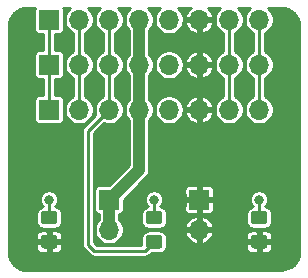
<source format=gbr>
%TF.GenerationSoftware,KiCad,Pcbnew,(5.1.9)-1*%
%TF.CreationDate,2021-05-15T15:00:21+01:00*%
%TF.ProjectId,Amiga A500 Keyboard Connector Breakout,416d6967-6120-4413-9530-30204b657962,rev?*%
%TF.SameCoordinates,Original*%
%TF.FileFunction,Copper,L1,Top*%
%TF.FilePolarity,Positive*%
%FSLAX46Y46*%
G04 Gerber Fmt 4.6, Leading zero omitted, Abs format (unit mm)*
G04 Created by KiCad (PCBNEW (5.1.9)-1) date 2021-05-15 15:00:21*
%MOMM*%
%LPD*%
G01*
G04 APERTURE LIST*
%TA.AperFunction,ComponentPad*%
%ADD10O,1.700000X1.700000*%
%TD*%
%TA.AperFunction,ComponentPad*%
%ADD11R,1.700000X1.700000*%
%TD*%
%TA.AperFunction,ViaPad*%
%ADD12C,0.800000*%
%TD*%
%TA.AperFunction,Conductor*%
%ADD13C,0.250000*%
%TD*%
%TA.AperFunction,Conductor*%
%ADD14C,1.000000*%
%TD*%
%TA.AperFunction,Conductor*%
%ADD15C,0.254000*%
%TD*%
%TA.AperFunction,Conductor*%
%ADD16C,0.100000*%
%TD*%
G04 APERTURE END LIST*
%TO.P,D3,2*%
%TO.N,Net-(D3-Pad2)*%
%TA.AperFunction,SMDPad,CuDef*%
G36*
G01*
X149040001Y-98610000D02*
X148139999Y-98610000D01*
G75*
G02*
X147890000Y-98360001I0J249999D01*
G01*
X147890000Y-97709999D01*
G75*
G02*
X148139999Y-97460000I249999J0D01*
G01*
X149040001Y-97460000D01*
G75*
G02*
X149290000Y-97709999I0J-249999D01*
G01*
X149290000Y-98360001D01*
G75*
G02*
X149040001Y-98610000I-249999J0D01*
G01*
G37*
%TD.AperFunction*%
%TO.P,D3,1*%
%TO.N,_KBRESET*%
%TA.AperFunction,SMDPad,CuDef*%
G36*
G01*
X149040001Y-100660000D02*
X148139999Y-100660000D01*
G75*
G02*
X147890000Y-100410001I0J249999D01*
G01*
X147890000Y-99759999D01*
G75*
G02*
X148139999Y-99510000I249999J0D01*
G01*
X149040001Y-99510000D01*
G75*
G02*
X149290000Y-99759999I0J-249999D01*
G01*
X149290000Y-100410001D01*
G75*
G02*
X149040001Y-100660000I-249999J0D01*
G01*
G37*
%TD.AperFunction*%
%TD*%
D10*
%TO.P,P2,2*%
%TO.N,GND*%
X152400000Y-99060000D03*
D11*
%TO.P,P2,1*%
X152400000Y-96520000D03*
%TD*%
D10*
%TO.P,P1,2*%
%TO.N,+5V*%
X144780000Y-99060000D03*
D11*
%TO.P,P1,1*%
X144780000Y-96520000D03*
%TD*%
%TO.P,D2,2*%
%TO.N,Net-(D2-Pad2)*%
%TA.AperFunction,SMDPad,CuDef*%
G36*
G01*
X157930001Y-98610000D02*
X157029999Y-98610000D01*
G75*
G02*
X156780000Y-98360001I0J249999D01*
G01*
X156780000Y-97709999D01*
G75*
G02*
X157029999Y-97460000I249999J0D01*
G01*
X157930001Y-97460000D01*
G75*
G02*
X158180000Y-97709999I0J-249999D01*
G01*
X158180000Y-98360001D01*
G75*
G02*
X157930001Y-98610000I-249999J0D01*
G01*
G37*
%TD.AperFunction*%
%TO.P,D2,1*%
%TO.N,GND*%
%TA.AperFunction,SMDPad,CuDef*%
G36*
G01*
X157930001Y-100660000D02*
X157029999Y-100660000D01*
G75*
G02*
X156780000Y-100410001I0J249999D01*
G01*
X156780000Y-99759999D01*
G75*
G02*
X157029999Y-99510000I249999J0D01*
G01*
X157930001Y-99510000D01*
G75*
G02*
X158180000Y-99759999I0J-249999D01*
G01*
X158180000Y-100410001D01*
G75*
G02*
X157930001Y-100660000I-249999J0D01*
G01*
G37*
%TD.AperFunction*%
%TD*%
%TO.P,D1,2*%
%TO.N,Net-(D1-Pad2)*%
%TA.AperFunction,SMDPad,CuDef*%
G36*
G01*
X140150001Y-98610000D02*
X139249999Y-98610000D01*
G75*
G02*
X139000000Y-98360001I0J249999D01*
G01*
X139000000Y-97709999D01*
G75*
G02*
X139249999Y-97460000I249999J0D01*
G01*
X140150001Y-97460000D01*
G75*
G02*
X140400000Y-97709999I0J-249999D01*
G01*
X140400000Y-98360001D01*
G75*
G02*
X140150001Y-98610000I-249999J0D01*
G01*
G37*
%TD.AperFunction*%
%TO.P,D1,1*%
%TO.N,GND*%
%TA.AperFunction,SMDPad,CuDef*%
G36*
G01*
X140150001Y-100660000D02*
X139249999Y-100660000D01*
G75*
G02*
X139000000Y-100410001I0J249999D01*
G01*
X139000000Y-99759999D01*
G75*
G02*
X139249999Y-99510000I249999J0D01*
G01*
X140150001Y-99510000D01*
G75*
G02*
X140400000Y-99759999I0J-249999D01*
G01*
X140400000Y-100410001D01*
G75*
G02*
X140150001Y-100660000I-249999J0D01*
G01*
G37*
%TD.AperFunction*%
%TD*%
D10*
%TO.P,J3,8*%
%TO.N,INUSE*%
X157480000Y-88900000D03*
%TO.P,J3,7*%
%TO.N,STATUS*%
X154940000Y-88900000D03*
%TO.P,J3,6*%
%TO.N,GND*%
X152400000Y-88900000D03*
%TO.P,J3,5*%
%TO.N,Net-(J3-Pad5)*%
X149860000Y-88900000D03*
%TO.P,J3,4*%
%TO.N,+5V*%
X147320000Y-88900000D03*
%TO.P,J3,3*%
%TO.N,_KBRESET*%
X144780000Y-88900000D03*
%TO.P,J3,2*%
%TO.N,_KBDATA*%
X142240000Y-88900000D03*
D11*
%TO.P,J3,1*%
%TO.N,_KBCLOCK*%
X139700000Y-88900000D03*
%TD*%
D10*
%TO.P,J2,8*%
%TO.N,INUSE*%
X157480000Y-85090000D03*
%TO.P,J2,7*%
%TO.N,STATUS*%
X154940000Y-85090000D03*
%TO.P,J2,6*%
%TO.N,GND*%
X152400000Y-85090000D03*
%TO.P,J2,5*%
%TO.N,Net-(J2-Pad5)*%
X149860000Y-85090000D03*
%TO.P,J2,4*%
%TO.N,+5V*%
X147320000Y-85090000D03*
%TO.P,J2,3*%
%TO.N,_KBRESET*%
X144780000Y-85090000D03*
%TO.P,J2,2*%
%TO.N,_KBDATA*%
X142240000Y-85090000D03*
D11*
%TO.P,J2,1*%
%TO.N,_KBCLOCK*%
X139700000Y-85090000D03*
%TD*%
D10*
%TO.P,J1,8*%
%TO.N,INUSE*%
X157480000Y-81280000D03*
%TO.P,J1,7*%
%TO.N,STATUS*%
X154940000Y-81280000D03*
%TO.P,J1,6*%
%TO.N,GND*%
X152400000Y-81280000D03*
%TO.P,J1,5*%
%TO.N,Net-(J1-Pad5)*%
X149860000Y-81280000D03*
%TO.P,J1,4*%
%TO.N,+5V*%
X147320000Y-81280000D03*
%TO.P,J1,3*%
%TO.N,_KBRESET*%
X144780000Y-81280000D03*
%TO.P,J1,2*%
%TO.N,_KBDATA*%
X142240000Y-81280000D03*
D11*
%TO.P,J1,1*%
%TO.N,_KBCLOCK*%
X139700000Y-81280000D03*
%TD*%
D12*
%TO.N,Net-(D1-Pad2)*%
X139700000Y-96520000D03*
%TO.N,Net-(D2-Pad2)*%
X157480000Y-96520000D03*
%TO.N,Net-(D3-Pad2)*%
X148590000Y-96520006D03*
%TD*%
D13*
%TO.N,INUSE*%
X157480000Y-82042000D02*
X157480000Y-88900000D01*
%TO.N,STATUS*%
X154940000Y-82042000D02*
X154940000Y-88900000D01*
D14*
%TO.N,+5V*%
X147320000Y-82042000D02*
X147320000Y-88900000D01*
X146685000Y-94615000D02*
X144780000Y-96520000D01*
X147320000Y-93980000D02*
X146685000Y-94615000D01*
X147320000Y-88900000D02*
X147320000Y-93980000D01*
X144780000Y-96520000D02*
X144780000Y-99060000D01*
D13*
%TO.N,_KBRESET*%
X144780000Y-82042000D02*
X144780000Y-88900000D01*
X147837000Y-100838000D02*
X148590000Y-100085000D01*
X143510000Y-100838000D02*
X147837000Y-100838000D01*
X143002000Y-100330000D02*
X143510000Y-100838000D01*
X143002000Y-90678000D02*
X143002000Y-100330000D01*
X144780000Y-88900000D02*
X143002000Y-90678000D01*
%TO.N,_KBDATA*%
X142240000Y-82042000D02*
X142240000Y-88900000D01*
%TO.N,_KBCLOCK*%
X139700000Y-82042000D02*
X139700000Y-88900000D01*
%TO.N,Net-(D1-Pad2)*%
X139700000Y-98035000D02*
X139700000Y-96520000D01*
%TO.N,Net-(D2-Pad2)*%
X157480000Y-98035000D02*
X157480000Y-96520000D01*
%TO.N,Net-(D3-Pad2)*%
X148345000Y-98035000D02*
X148590000Y-98035000D01*
X148590000Y-98035000D02*
X148590000Y-96520006D01*
%TD*%
D15*
%TO.N,GND*%
X138474513Y-80355311D02*
X138467157Y-80430000D01*
X138467157Y-82130000D01*
X138474513Y-82204689D01*
X138496299Y-82276508D01*
X138531678Y-82342696D01*
X138579289Y-82400711D01*
X138637304Y-82448322D01*
X138703492Y-82483701D01*
X138775311Y-82505487D01*
X138850000Y-82512843D01*
X139194000Y-82512843D01*
X139194000Y-83857157D01*
X138850000Y-83857157D01*
X138775311Y-83864513D01*
X138703492Y-83886299D01*
X138637304Y-83921678D01*
X138579289Y-83969289D01*
X138531678Y-84027304D01*
X138496299Y-84093492D01*
X138474513Y-84165311D01*
X138467157Y-84240000D01*
X138467157Y-85940000D01*
X138474513Y-86014689D01*
X138496299Y-86086508D01*
X138531678Y-86152696D01*
X138579289Y-86210711D01*
X138637304Y-86258322D01*
X138703492Y-86293701D01*
X138775311Y-86315487D01*
X138850000Y-86322843D01*
X139194001Y-86322843D01*
X139194001Y-87667157D01*
X138850000Y-87667157D01*
X138775311Y-87674513D01*
X138703492Y-87696299D01*
X138637304Y-87731678D01*
X138579289Y-87779289D01*
X138531678Y-87837304D01*
X138496299Y-87903492D01*
X138474513Y-87975311D01*
X138467157Y-88050000D01*
X138467157Y-89750000D01*
X138474513Y-89824689D01*
X138496299Y-89896508D01*
X138531678Y-89962696D01*
X138579289Y-90020711D01*
X138637304Y-90068322D01*
X138703492Y-90103701D01*
X138775311Y-90125487D01*
X138850000Y-90132843D01*
X140550000Y-90132843D01*
X140624689Y-90125487D01*
X140696508Y-90103701D01*
X140762696Y-90068322D01*
X140820711Y-90020711D01*
X140868322Y-89962696D01*
X140903701Y-89896508D01*
X140925487Y-89824689D01*
X140932843Y-89750000D01*
X140932843Y-88050000D01*
X140925487Y-87975311D01*
X140903701Y-87903492D01*
X140868322Y-87837304D01*
X140820711Y-87779289D01*
X140762696Y-87731678D01*
X140696508Y-87696299D01*
X140624689Y-87674513D01*
X140550000Y-87667157D01*
X140206000Y-87667157D01*
X140206000Y-86322843D01*
X140550000Y-86322843D01*
X140624689Y-86315487D01*
X140696508Y-86293701D01*
X140762696Y-86258322D01*
X140820711Y-86210711D01*
X140868322Y-86152696D01*
X140903701Y-86086508D01*
X140925487Y-86014689D01*
X140932843Y-85940000D01*
X140932843Y-84240000D01*
X140925487Y-84165311D01*
X140903701Y-84093492D01*
X140868322Y-84027304D01*
X140820711Y-83969289D01*
X140762696Y-83921678D01*
X140696508Y-83886299D01*
X140624689Y-83864513D01*
X140550000Y-83857157D01*
X140206000Y-83857157D01*
X140206000Y-82512843D01*
X140550000Y-82512843D01*
X140624689Y-82505487D01*
X140696508Y-82483701D01*
X140762696Y-82448322D01*
X140820711Y-82400711D01*
X140868322Y-82342696D01*
X140903701Y-82276508D01*
X140925487Y-82204689D01*
X140932843Y-82130000D01*
X140932843Y-80430000D01*
X140925487Y-80355311D01*
X140905372Y-80289000D01*
X141507395Y-80289000D01*
X141455283Y-80323820D01*
X141283820Y-80495283D01*
X141149102Y-80696903D01*
X141056307Y-80920931D01*
X141009000Y-81158757D01*
X141009000Y-81401243D01*
X141056307Y-81639069D01*
X141149102Y-81863097D01*
X141283820Y-82064717D01*
X141455283Y-82236180D01*
X141656903Y-82370898D01*
X141734000Y-82402832D01*
X141734000Y-83967167D01*
X141656903Y-83999102D01*
X141455283Y-84133820D01*
X141283820Y-84305283D01*
X141149102Y-84506903D01*
X141056307Y-84730931D01*
X141009000Y-84968757D01*
X141009000Y-85211243D01*
X141056307Y-85449069D01*
X141149102Y-85673097D01*
X141283820Y-85874717D01*
X141455283Y-86046180D01*
X141656903Y-86180898D01*
X141734001Y-86212833D01*
X141734001Y-87777167D01*
X141656903Y-87809102D01*
X141455283Y-87943820D01*
X141283820Y-88115283D01*
X141149102Y-88316903D01*
X141056307Y-88540931D01*
X141009000Y-88778757D01*
X141009000Y-89021243D01*
X141056307Y-89259069D01*
X141149102Y-89483097D01*
X141283820Y-89684717D01*
X141455283Y-89856180D01*
X141656903Y-89990898D01*
X141880931Y-90083693D01*
X142118757Y-90131000D01*
X142361243Y-90131000D01*
X142599069Y-90083693D01*
X142823097Y-89990898D01*
X143024717Y-89856180D01*
X143196180Y-89684717D01*
X143330898Y-89483097D01*
X143423693Y-89259069D01*
X143471000Y-89021243D01*
X143471000Y-88778757D01*
X143423693Y-88540931D01*
X143330898Y-88316903D01*
X143196180Y-88115283D01*
X143024717Y-87943820D01*
X142823097Y-87809102D01*
X142746000Y-87777168D01*
X142746000Y-86212832D01*
X142823097Y-86180898D01*
X143024717Y-86046180D01*
X143196180Y-85874717D01*
X143330898Y-85673097D01*
X143423693Y-85449069D01*
X143471000Y-85211243D01*
X143471000Y-84968757D01*
X143423693Y-84730931D01*
X143330898Y-84506903D01*
X143196180Y-84305283D01*
X143024717Y-84133820D01*
X142823097Y-83999102D01*
X142746000Y-83967168D01*
X142746000Y-82402832D01*
X142823097Y-82370898D01*
X143024717Y-82236180D01*
X143196180Y-82064717D01*
X143330898Y-81863097D01*
X143423693Y-81639069D01*
X143471000Y-81401243D01*
X143471000Y-81158757D01*
X143423693Y-80920931D01*
X143330898Y-80696903D01*
X143196180Y-80495283D01*
X143024717Y-80323820D01*
X142972605Y-80289000D01*
X144047395Y-80289000D01*
X143995283Y-80323820D01*
X143823820Y-80495283D01*
X143689102Y-80696903D01*
X143596307Y-80920931D01*
X143549000Y-81158757D01*
X143549000Y-81401243D01*
X143596307Y-81639069D01*
X143689102Y-81863097D01*
X143823820Y-82064717D01*
X143995283Y-82236180D01*
X144196903Y-82370898D01*
X144274000Y-82402832D01*
X144274000Y-83967167D01*
X144196903Y-83999102D01*
X143995283Y-84133820D01*
X143823820Y-84305283D01*
X143689102Y-84506903D01*
X143596307Y-84730931D01*
X143549000Y-84968757D01*
X143549000Y-85211243D01*
X143596307Y-85449069D01*
X143689102Y-85673097D01*
X143823820Y-85874717D01*
X143995283Y-86046180D01*
X144196903Y-86180898D01*
X144274001Y-86212833D01*
X144274001Y-87777167D01*
X144196903Y-87809102D01*
X143995283Y-87943820D01*
X143823820Y-88115283D01*
X143689102Y-88316903D01*
X143596307Y-88540931D01*
X143549000Y-88778757D01*
X143549000Y-89021243D01*
X143596307Y-89259069D01*
X143628242Y-89336167D01*
X142661785Y-90302624D01*
X142642473Y-90318473D01*
X142579241Y-90395521D01*
X142532255Y-90483426D01*
X142503322Y-90578808D01*
X142496000Y-90653147D01*
X142496000Y-90653154D01*
X142493553Y-90678000D01*
X142496000Y-90702846D01*
X142496001Y-100305144D01*
X142493553Y-100330000D01*
X142503322Y-100429192D01*
X142532255Y-100524574D01*
X142532256Y-100524575D01*
X142579242Y-100612479D01*
X142642474Y-100689527D01*
X142661780Y-100705371D01*
X143134628Y-101178220D01*
X143150473Y-101197527D01*
X143227521Y-101260759D01*
X143315425Y-101307745D01*
X143388607Y-101329944D01*
X143410806Y-101336678D01*
X143420694Y-101337652D01*
X143485146Y-101344000D01*
X143485153Y-101344000D01*
X143509999Y-101346447D01*
X143534845Y-101344000D01*
X147812154Y-101344000D01*
X147837000Y-101346447D01*
X147861846Y-101344000D01*
X147861854Y-101344000D01*
X147936193Y-101336678D01*
X148031575Y-101307745D01*
X148119479Y-101260759D01*
X148196527Y-101197527D01*
X148212376Y-101178215D01*
X148347748Y-101042843D01*
X149040001Y-101042843D01*
X149163462Y-101030683D01*
X149282179Y-100994671D01*
X149391589Y-100936190D01*
X149487488Y-100857488D01*
X149566190Y-100761589D01*
X149620490Y-100660000D01*
X156397157Y-100660000D01*
X156404513Y-100734689D01*
X156426299Y-100806508D01*
X156461678Y-100872696D01*
X156509289Y-100930711D01*
X156567304Y-100978322D01*
X156633492Y-101013701D01*
X156705311Y-101035487D01*
X156780000Y-101042843D01*
X157257750Y-101041000D01*
X157353000Y-100945750D01*
X157353000Y-100212000D01*
X157607000Y-100212000D01*
X157607000Y-100945750D01*
X157702250Y-101041000D01*
X158180000Y-101042843D01*
X158254689Y-101035487D01*
X158326508Y-101013701D01*
X158392696Y-100978322D01*
X158450711Y-100930711D01*
X158498322Y-100872696D01*
X158533701Y-100806508D01*
X158555487Y-100734689D01*
X158562843Y-100660000D01*
X158561000Y-100307250D01*
X158465750Y-100212000D01*
X157607000Y-100212000D01*
X157353000Y-100212000D01*
X156494250Y-100212000D01*
X156399000Y-100307250D01*
X156397157Y-100660000D01*
X149620490Y-100660000D01*
X149624671Y-100652179D01*
X149660683Y-100533462D01*
X149672843Y-100410001D01*
X149672843Y-99759999D01*
X149660683Y-99636538D01*
X149624671Y-99517821D01*
X149566190Y-99408411D01*
X149540396Y-99376980D01*
X151210511Y-99376980D01*
X151234866Y-99457288D01*
X151334761Y-99676961D01*
X151475592Y-99872924D01*
X151651948Y-100037647D01*
X151857051Y-100164799D01*
X152083019Y-100249495D01*
X152273000Y-100189187D01*
X152273000Y-99187000D01*
X152527000Y-99187000D01*
X152527000Y-100189187D01*
X152716981Y-100249495D01*
X152942949Y-100164799D01*
X153148052Y-100037647D01*
X153324408Y-99872924D01*
X153465239Y-99676961D01*
X153541163Y-99510000D01*
X156397157Y-99510000D01*
X156399000Y-99862750D01*
X156494250Y-99958000D01*
X157353000Y-99958000D01*
X157353000Y-99224250D01*
X157607000Y-99224250D01*
X157607000Y-99958000D01*
X158465750Y-99958000D01*
X158561000Y-99862750D01*
X158562843Y-99510000D01*
X158555487Y-99435311D01*
X158533701Y-99363492D01*
X158498322Y-99297304D01*
X158450711Y-99239289D01*
X158392696Y-99191678D01*
X158326508Y-99156299D01*
X158254689Y-99134513D01*
X158180000Y-99127157D01*
X157702250Y-99129000D01*
X157607000Y-99224250D01*
X157353000Y-99224250D01*
X157257750Y-99129000D01*
X156780000Y-99127157D01*
X156705311Y-99134513D01*
X156633492Y-99156299D01*
X156567304Y-99191678D01*
X156509289Y-99239289D01*
X156461678Y-99297304D01*
X156426299Y-99363492D01*
X156404513Y-99435311D01*
X156397157Y-99510000D01*
X153541163Y-99510000D01*
X153565134Y-99457288D01*
X153589489Y-99376980D01*
X153528627Y-99187000D01*
X152527000Y-99187000D01*
X152273000Y-99187000D01*
X151271373Y-99187000D01*
X151210511Y-99376980D01*
X149540396Y-99376980D01*
X149487488Y-99312512D01*
X149391589Y-99233810D01*
X149282179Y-99175329D01*
X149163462Y-99139317D01*
X149040001Y-99127157D01*
X148139999Y-99127157D01*
X148016538Y-99139317D01*
X147897821Y-99175329D01*
X147788411Y-99233810D01*
X147692512Y-99312512D01*
X147613810Y-99408411D01*
X147555329Y-99517821D01*
X147519317Y-99636538D01*
X147507157Y-99759999D01*
X147507157Y-100332000D01*
X143719592Y-100332000D01*
X143508000Y-100120409D01*
X143508000Y-90887591D01*
X144343833Y-90051758D01*
X144420931Y-90083693D01*
X144658757Y-90131000D01*
X144901243Y-90131000D01*
X145139069Y-90083693D01*
X145363097Y-89990898D01*
X145564717Y-89856180D01*
X145736180Y-89684717D01*
X145870898Y-89483097D01*
X145963693Y-89259069D01*
X146011000Y-89021243D01*
X146011000Y-88778757D01*
X145963693Y-88540931D01*
X145870898Y-88316903D01*
X145736180Y-88115283D01*
X145564717Y-87943820D01*
X145363097Y-87809102D01*
X145286000Y-87777168D01*
X145286000Y-86212832D01*
X145363097Y-86180898D01*
X145564717Y-86046180D01*
X145736180Y-85874717D01*
X145870898Y-85673097D01*
X145963693Y-85449069D01*
X146011000Y-85211243D01*
X146011000Y-84968757D01*
X145963693Y-84730931D01*
X145870898Y-84506903D01*
X145736180Y-84305283D01*
X145564717Y-84133820D01*
X145363097Y-83999102D01*
X145286000Y-83967168D01*
X145286000Y-82402832D01*
X145363097Y-82370898D01*
X145564717Y-82236180D01*
X145736180Y-82064717D01*
X145870898Y-81863097D01*
X145963693Y-81639069D01*
X146011000Y-81401243D01*
X146011000Y-81158757D01*
X145963693Y-80920931D01*
X145870898Y-80696903D01*
X145736180Y-80495283D01*
X145564717Y-80323820D01*
X145512605Y-80289000D01*
X146587395Y-80289000D01*
X146535283Y-80323820D01*
X146363820Y-80495283D01*
X146229102Y-80696903D01*
X146136307Y-80920931D01*
X146089000Y-81158757D01*
X146089000Y-81401243D01*
X146136307Y-81639069D01*
X146229102Y-81863097D01*
X146363820Y-82064717D01*
X146439000Y-82139897D01*
X146439000Y-84230103D01*
X146363820Y-84305283D01*
X146229102Y-84506903D01*
X146136307Y-84730931D01*
X146089000Y-84968757D01*
X146089000Y-85211243D01*
X146136307Y-85449069D01*
X146229102Y-85673097D01*
X146363820Y-85874717D01*
X146439001Y-85949898D01*
X146439001Y-88040102D01*
X146363820Y-88115283D01*
X146229102Y-88316903D01*
X146136307Y-88540931D01*
X146089000Y-88778757D01*
X146089000Y-89021243D01*
X146136307Y-89259069D01*
X146229102Y-89483097D01*
X146363820Y-89684717D01*
X146439000Y-89759897D01*
X146439001Y-93615077D01*
X146092642Y-93961437D01*
X146092637Y-93961441D01*
X144766922Y-95287157D01*
X143930000Y-95287157D01*
X143855311Y-95294513D01*
X143783492Y-95316299D01*
X143717304Y-95351678D01*
X143659289Y-95399289D01*
X143611678Y-95457304D01*
X143576299Y-95523492D01*
X143554513Y-95595311D01*
X143547157Y-95670000D01*
X143547157Y-97370000D01*
X143554513Y-97444689D01*
X143576299Y-97516508D01*
X143611678Y-97582696D01*
X143659289Y-97640711D01*
X143717304Y-97688322D01*
X143783492Y-97723701D01*
X143855311Y-97745487D01*
X143899000Y-97749790D01*
X143899001Y-98200102D01*
X143823820Y-98275283D01*
X143689102Y-98476903D01*
X143596307Y-98700931D01*
X143549000Y-98938757D01*
X143549000Y-99181243D01*
X143596307Y-99419069D01*
X143689102Y-99643097D01*
X143823820Y-99844717D01*
X143995283Y-100016180D01*
X144196903Y-100150898D01*
X144420931Y-100243693D01*
X144658757Y-100291000D01*
X144901243Y-100291000D01*
X145139069Y-100243693D01*
X145363097Y-100150898D01*
X145564717Y-100016180D01*
X145736180Y-99844717D01*
X145870898Y-99643097D01*
X145963693Y-99419069D01*
X146011000Y-99181243D01*
X146011000Y-98938757D01*
X145963693Y-98700931D01*
X145870898Y-98476903D01*
X145736180Y-98275283D01*
X145661000Y-98200103D01*
X145661000Y-97749790D01*
X145704689Y-97745487D01*
X145776508Y-97723701D01*
X145802142Y-97709999D01*
X147507157Y-97709999D01*
X147507157Y-98360001D01*
X147519317Y-98483462D01*
X147555329Y-98602179D01*
X147613810Y-98711589D01*
X147692512Y-98807488D01*
X147788411Y-98886190D01*
X147897821Y-98944671D01*
X148016538Y-98980683D01*
X148139999Y-98992843D01*
X149040001Y-98992843D01*
X149163462Y-98980683D01*
X149282179Y-98944671D01*
X149391589Y-98886190D01*
X149487488Y-98807488D01*
X149540395Y-98743020D01*
X151210511Y-98743020D01*
X151271373Y-98933000D01*
X152273000Y-98933000D01*
X152273000Y-97930813D01*
X152527000Y-97930813D01*
X152527000Y-98933000D01*
X153528627Y-98933000D01*
X153589489Y-98743020D01*
X153565134Y-98662712D01*
X153465239Y-98443039D01*
X153324408Y-98247076D01*
X153148052Y-98082353D01*
X152942949Y-97955201D01*
X152716981Y-97870505D01*
X152527000Y-97930813D01*
X152273000Y-97930813D01*
X152083019Y-97870505D01*
X151857051Y-97955201D01*
X151651948Y-98082353D01*
X151475592Y-98247076D01*
X151334761Y-98443039D01*
X151234866Y-98662712D01*
X151210511Y-98743020D01*
X149540395Y-98743020D01*
X149566190Y-98711589D01*
X149624671Y-98602179D01*
X149660683Y-98483462D01*
X149672843Y-98360001D01*
X149672843Y-97709999D01*
X149660683Y-97586538D01*
X149624671Y-97467821D01*
X149572385Y-97370000D01*
X151167157Y-97370000D01*
X151174513Y-97444689D01*
X151196299Y-97516508D01*
X151231678Y-97582696D01*
X151279289Y-97640711D01*
X151337304Y-97688322D01*
X151403492Y-97723701D01*
X151475311Y-97745487D01*
X151550000Y-97752843D01*
X152177750Y-97751000D01*
X152273000Y-97655750D01*
X152273000Y-96647000D01*
X152527000Y-96647000D01*
X152527000Y-97655750D01*
X152622250Y-97751000D01*
X153250000Y-97752843D01*
X153324689Y-97745487D01*
X153396508Y-97723701D01*
X153422142Y-97709999D01*
X156397157Y-97709999D01*
X156397157Y-98360001D01*
X156409317Y-98483462D01*
X156445329Y-98602179D01*
X156503810Y-98711589D01*
X156582512Y-98807488D01*
X156678411Y-98886190D01*
X156787821Y-98944671D01*
X156906538Y-98980683D01*
X157029999Y-98992843D01*
X157930001Y-98992843D01*
X158053462Y-98980683D01*
X158172179Y-98944671D01*
X158281589Y-98886190D01*
X158377488Y-98807488D01*
X158456190Y-98711589D01*
X158514671Y-98602179D01*
X158550683Y-98483462D01*
X158562843Y-98360001D01*
X158562843Y-97709999D01*
X158550683Y-97586538D01*
X158514671Y-97467821D01*
X158456190Y-97358411D01*
X158377488Y-97262512D01*
X158281589Y-97183810D01*
X158172179Y-97125329D01*
X158053462Y-97089317D01*
X158018616Y-97085885D01*
X158086642Y-97017859D01*
X158172113Y-96889942D01*
X158230987Y-96747809D01*
X158261000Y-96596922D01*
X158261000Y-96443078D01*
X158230987Y-96292191D01*
X158172113Y-96150058D01*
X158086642Y-96022141D01*
X157977859Y-95913358D01*
X157849942Y-95827887D01*
X157707809Y-95769013D01*
X157556922Y-95739000D01*
X157403078Y-95739000D01*
X157252191Y-95769013D01*
X157110058Y-95827887D01*
X156982141Y-95913358D01*
X156873358Y-96022141D01*
X156787887Y-96150058D01*
X156729013Y-96292191D01*
X156699000Y-96443078D01*
X156699000Y-96596922D01*
X156729013Y-96747809D01*
X156787887Y-96889942D01*
X156873358Y-97017859D01*
X156941384Y-97085885D01*
X156906538Y-97089317D01*
X156787821Y-97125329D01*
X156678411Y-97183810D01*
X156582512Y-97262512D01*
X156503810Y-97358411D01*
X156445329Y-97467821D01*
X156409317Y-97586538D01*
X156397157Y-97709999D01*
X153422142Y-97709999D01*
X153462696Y-97688322D01*
X153520711Y-97640711D01*
X153568322Y-97582696D01*
X153603701Y-97516508D01*
X153625487Y-97444689D01*
X153632843Y-97370000D01*
X153631000Y-96742250D01*
X153535750Y-96647000D01*
X152527000Y-96647000D01*
X152273000Y-96647000D01*
X151264250Y-96647000D01*
X151169000Y-96742250D01*
X151167157Y-97370000D01*
X149572385Y-97370000D01*
X149566190Y-97358411D01*
X149487488Y-97262512D01*
X149391589Y-97183810D01*
X149282179Y-97125329D01*
X149163462Y-97089317D01*
X149128622Y-97085885D01*
X149196642Y-97017865D01*
X149282113Y-96889948D01*
X149340987Y-96747815D01*
X149371000Y-96596928D01*
X149371000Y-96443084D01*
X149340987Y-96292197D01*
X149282113Y-96150064D01*
X149196642Y-96022147D01*
X149087859Y-95913364D01*
X148959942Y-95827893D01*
X148817809Y-95769019D01*
X148666922Y-95739006D01*
X148513078Y-95739006D01*
X148362191Y-95769019D01*
X148220058Y-95827893D01*
X148092141Y-95913364D01*
X147983358Y-96022147D01*
X147897887Y-96150064D01*
X147839013Y-96292197D01*
X147809000Y-96443084D01*
X147809000Y-96596928D01*
X147839013Y-96747815D01*
X147897887Y-96889948D01*
X147983358Y-97017865D01*
X148051378Y-97085885D01*
X148016538Y-97089317D01*
X147897821Y-97125329D01*
X147788411Y-97183810D01*
X147692512Y-97262512D01*
X147613810Y-97358411D01*
X147555329Y-97467821D01*
X147519317Y-97586538D01*
X147507157Y-97709999D01*
X145802142Y-97709999D01*
X145842696Y-97688322D01*
X145900711Y-97640711D01*
X145948322Y-97582696D01*
X145983701Y-97516508D01*
X146005487Y-97444689D01*
X146012843Y-97370000D01*
X146012843Y-96533078D01*
X146875921Y-95670000D01*
X151167157Y-95670000D01*
X151169000Y-96297750D01*
X151264250Y-96393000D01*
X152273000Y-96393000D01*
X152273000Y-95384250D01*
X152527000Y-95384250D01*
X152527000Y-96393000D01*
X153535750Y-96393000D01*
X153631000Y-96297750D01*
X153632843Y-95670000D01*
X153625487Y-95595311D01*
X153603701Y-95523492D01*
X153568322Y-95457304D01*
X153520711Y-95399289D01*
X153462696Y-95351678D01*
X153396508Y-95316299D01*
X153324689Y-95294513D01*
X153250000Y-95287157D01*
X152622250Y-95289000D01*
X152527000Y-95384250D01*
X152273000Y-95384250D01*
X152177750Y-95289000D01*
X151550000Y-95287157D01*
X151475311Y-95294513D01*
X151403492Y-95316299D01*
X151337304Y-95351678D01*
X151279289Y-95399289D01*
X151231678Y-95457304D01*
X151196299Y-95523492D01*
X151174513Y-95595311D01*
X151167157Y-95670000D01*
X146875921Y-95670000D01*
X147338559Y-95207363D01*
X147338563Y-95207358D01*
X147912360Y-94633562D01*
X147945975Y-94605975D01*
X148000137Y-94539978D01*
X148056068Y-94471826D01*
X148137875Y-94318775D01*
X148150782Y-94276226D01*
X148188252Y-94152706D01*
X148201000Y-94023273D01*
X148201000Y-94023270D01*
X148205262Y-93980000D01*
X148201000Y-93936730D01*
X148201000Y-89759897D01*
X148276180Y-89684717D01*
X148410898Y-89483097D01*
X148503693Y-89259069D01*
X148551000Y-89021243D01*
X148551000Y-88778757D01*
X148629000Y-88778757D01*
X148629000Y-89021243D01*
X148676307Y-89259069D01*
X148769102Y-89483097D01*
X148903820Y-89684717D01*
X149075283Y-89856180D01*
X149276903Y-89990898D01*
X149500931Y-90083693D01*
X149738757Y-90131000D01*
X149981243Y-90131000D01*
X150219069Y-90083693D01*
X150443097Y-89990898D01*
X150644717Y-89856180D01*
X150816180Y-89684717D01*
X150950898Y-89483097D01*
X151043693Y-89259069D01*
X151052064Y-89216981D01*
X151210505Y-89216981D01*
X151295201Y-89442949D01*
X151422353Y-89648052D01*
X151587076Y-89824408D01*
X151783039Y-89965239D01*
X152002712Y-90065134D01*
X152083020Y-90089489D01*
X152273000Y-90028627D01*
X152273000Y-89027000D01*
X152527000Y-89027000D01*
X152527000Y-90028627D01*
X152716980Y-90089489D01*
X152797288Y-90065134D01*
X153016961Y-89965239D01*
X153212924Y-89824408D01*
X153377647Y-89648052D01*
X153504799Y-89442949D01*
X153589495Y-89216981D01*
X153529187Y-89027000D01*
X152527000Y-89027000D01*
X152273000Y-89027000D01*
X151270813Y-89027000D01*
X151210505Y-89216981D01*
X151052064Y-89216981D01*
X151091000Y-89021243D01*
X151091000Y-88778757D01*
X151052065Y-88583019D01*
X151210505Y-88583019D01*
X151270813Y-88773000D01*
X152273000Y-88773000D01*
X152273000Y-87771373D01*
X152527000Y-87771373D01*
X152527000Y-88773000D01*
X153529187Y-88773000D01*
X153589495Y-88583019D01*
X153504799Y-88357051D01*
X153377647Y-88151948D01*
X153212924Y-87975592D01*
X153016961Y-87834761D01*
X152797288Y-87734866D01*
X152716980Y-87710511D01*
X152527000Y-87771373D01*
X152273000Y-87771373D01*
X152083020Y-87710511D01*
X152002712Y-87734866D01*
X151783039Y-87834761D01*
X151587076Y-87975592D01*
X151422353Y-88151948D01*
X151295201Y-88357051D01*
X151210505Y-88583019D01*
X151052065Y-88583019D01*
X151043693Y-88540931D01*
X150950898Y-88316903D01*
X150816180Y-88115283D01*
X150644717Y-87943820D01*
X150443097Y-87809102D01*
X150219069Y-87716307D01*
X149981243Y-87669000D01*
X149738757Y-87669000D01*
X149500931Y-87716307D01*
X149276903Y-87809102D01*
X149075283Y-87943820D01*
X148903820Y-88115283D01*
X148769102Y-88316903D01*
X148676307Y-88540931D01*
X148629000Y-88778757D01*
X148551000Y-88778757D01*
X148503693Y-88540931D01*
X148410898Y-88316903D01*
X148276180Y-88115283D01*
X148201000Y-88040103D01*
X148201000Y-85949897D01*
X148276180Y-85874717D01*
X148410898Y-85673097D01*
X148503693Y-85449069D01*
X148551000Y-85211243D01*
X148551000Y-84968757D01*
X148629000Y-84968757D01*
X148629000Y-85211243D01*
X148676307Y-85449069D01*
X148769102Y-85673097D01*
X148903820Y-85874717D01*
X149075283Y-86046180D01*
X149276903Y-86180898D01*
X149500931Y-86273693D01*
X149738757Y-86321000D01*
X149981243Y-86321000D01*
X150219069Y-86273693D01*
X150443097Y-86180898D01*
X150644717Y-86046180D01*
X150816180Y-85874717D01*
X150950898Y-85673097D01*
X151043693Y-85449069D01*
X151052064Y-85406981D01*
X151210505Y-85406981D01*
X151295201Y-85632949D01*
X151422353Y-85838052D01*
X151587076Y-86014408D01*
X151783039Y-86155239D01*
X152002712Y-86255134D01*
X152083020Y-86279489D01*
X152273000Y-86218627D01*
X152273000Y-85217000D01*
X152527000Y-85217000D01*
X152527000Y-86218627D01*
X152716980Y-86279489D01*
X152797288Y-86255134D01*
X153016961Y-86155239D01*
X153212924Y-86014408D01*
X153377647Y-85838052D01*
X153504799Y-85632949D01*
X153589495Y-85406981D01*
X153529187Y-85217000D01*
X152527000Y-85217000D01*
X152273000Y-85217000D01*
X151270813Y-85217000D01*
X151210505Y-85406981D01*
X151052064Y-85406981D01*
X151091000Y-85211243D01*
X151091000Y-84968757D01*
X151052065Y-84773019D01*
X151210505Y-84773019D01*
X151270813Y-84963000D01*
X152273000Y-84963000D01*
X152273000Y-83961373D01*
X152527000Y-83961373D01*
X152527000Y-84963000D01*
X153529187Y-84963000D01*
X153589495Y-84773019D01*
X153504799Y-84547051D01*
X153377647Y-84341948D01*
X153212924Y-84165592D01*
X153016961Y-84024761D01*
X152797288Y-83924866D01*
X152716980Y-83900511D01*
X152527000Y-83961373D01*
X152273000Y-83961373D01*
X152083020Y-83900511D01*
X152002712Y-83924866D01*
X151783039Y-84024761D01*
X151587076Y-84165592D01*
X151422353Y-84341948D01*
X151295201Y-84547051D01*
X151210505Y-84773019D01*
X151052065Y-84773019D01*
X151043693Y-84730931D01*
X150950898Y-84506903D01*
X150816180Y-84305283D01*
X150644717Y-84133820D01*
X150443097Y-83999102D01*
X150219069Y-83906307D01*
X149981243Y-83859000D01*
X149738757Y-83859000D01*
X149500931Y-83906307D01*
X149276903Y-83999102D01*
X149075283Y-84133820D01*
X148903820Y-84305283D01*
X148769102Y-84506903D01*
X148676307Y-84730931D01*
X148629000Y-84968757D01*
X148551000Y-84968757D01*
X148503693Y-84730931D01*
X148410898Y-84506903D01*
X148276180Y-84305283D01*
X148201000Y-84230103D01*
X148201000Y-82139897D01*
X148276180Y-82064717D01*
X148410898Y-81863097D01*
X148503693Y-81639069D01*
X148551000Y-81401243D01*
X148551000Y-81158757D01*
X148503693Y-80920931D01*
X148410898Y-80696903D01*
X148276180Y-80495283D01*
X148104717Y-80323820D01*
X148052605Y-80289000D01*
X149127395Y-80289000D01*
X149075283Y-80323820D01*
X148903820Y-80495283D01*
X148769102Y-80696903D01*
X148676307Y-80920931D01*
X148629000Y-81158757D01*
X148629000Y-81401243D01*
X148676307Y-81639069D01*
X148769102Y-81863097D01*
X148903820Y-82064717D01*
X149075283Y-82236180D01*
X149276903Y-82370898D01*
X149500931Y-82463693D01*
X149738757Y-82511000D01*
X149981243Y-82511000D01*
X150219069Y-82463693D01*
X150443097Y-82370898D01*
X150644717Y-82236180D01*
X150816180Y-82064717D01*
X150950898Y-81863097D01*
X151043693Y-81639069D01*
X151052064Y-81596981D01*
X151210505Y-81596981D01*
X151295201Y-81822949D01*
X151422353Y-82028052D01*
X151587076Y-82204408D01*
X151783039Y-82345239D01*
X152002712Y-82445134D01*
X152083020Y-82469489D01*
X152273000Y-82408627D01*
X152273000Y-81407000D01*
X152527000Y-81407000D01*
X152527000Y-82408627D01*
X152716980Y-82469489D01*
X152797288Y-82445134D01*
X153016961Y-82345239D01*
X153212924Y-82204408D01*
X153377647Y-82028052D01*
X153504799Y-81822949D01*
X153589495Y-81596981D01*
X153529187Y-81407000D01*
X152527000Y-81407000D01*
X152273000Y-81407000D01*
X151270813Y-81407000D01*
X151210505Y-81596981D01*
X151052064Y-81596981D01*
X151091000Y-81401243D01*
X151091000Y-81158757D01*
X151043693Y-80920931D01*
X150950898Y-80696903D01*
X150816180Y-80495283D01*
X150644717Y-80323820D01*
X150592605Y-80289000D01*
X151679737Y-80289000D01*
X151587076Y-80355592D01*
X151422353Y-80531948D01*
X151295201Y-80737051D01*
X151210505Y-80963019D01*
X151270813Y-81153000D01*
X152273000Y-81153000D01*
X152273000Y-81133000D01*
X152527000Y-81133000D01*
X152527000Y-81153000D01*
X153529187Y-81153000D01*
X153589495Y-80963019D01*
X153504799Y-80737051D01*
X153377647Y-80531948D01*
X153212924Y-80355592D01*
X153120263Y-80289000D01*
X154207395Y-80289000D01*
X154155283Y-80323820D01*
X153983820Y-80495283D01*
X153849102Y-80696903D01*
X153756307Y-80920931D01*
X153709000Y-81158757D01*
X153709000Y-81401243D01*
X153756307Y-81639069D01*
X153849102Y-81863097D01*
X153983820Y-82064717D01*
X154155283Y-82236180D01*
X154356903Y-82370898D01*
X154434000Y-82402832D01*
X154434000Y-83967167D01*
X154356903Y-83999102D01*
X154155283Y-84133820D01*
X153983820Y-84305283D01*
X153849102Y-84506903D01*
X153756307Y-84730931D01*
X153709000Y-84968757D01*
X153709000Y-85211243D01*
X153756307Y-85449069D01*
X153849102Y-85673097D01*
X153983820Y-85874717D01*
X154155283Y-86046180D01*
X154356903Y-86180898D01*
X154434001Y-86212833D01*
X154434001Y-87777167D01*
X154356903Y-87809102D01*
X154155283Y-87943820D01*
X153983820Y-88115283D01*
X153849102Y-88316903D01*
X153756307Y-88540931D01*
X153709000Y-88778757D01*
X153709000Y-89021243D01*
X153756307Y-89259069D01*
X153849102Y-89483097D01*
X153983820Y-89684717D01*
X154155283Y-89856180D01*
X154356903Y-89990898D01*
X154580931Y-90083693D01*
X154818757Y-90131000D01*
X155061243Y-90131000D01*
X155299069Y-90083693D01*
X155523097Y-89990898D01*
X155724717Y-89856180D01*
X155896180Y-89684717D01*
X156030898Y-89483097D01*
X156123693Y-89259069D01*
X156171000Y-89021243D01*
X156171000Y-88778757D01*
X156123693Y-88540931D01*
X156030898Y-88316903D01*
X155896180Y-88115283D01*
X155724717Y-87943820D01*
X155523097Y-87809102D01*
X155446000Y-87777168D01*
X155446000Y-86212832D01*
X155523097Y-86180898D01*
X155724717Y-86046180D01*
X155896180Y-85874717D01*
X156030898Y-85673097D01*
X156123693Y-85449069D01*
X156171000Y-85211243D01*
X156171000Y-84968757D01*
X156123693Y-84730931D01*
X156030898Y-84506903D01*
X155896180Y-84305283D01*
X155724717Y-84133820D01*
X155523097Y-83999102D01*
X155446000Y-83967168D01*
X155446000Y-82402832D01*
X155523097Y-82370898D01*
X155724717Y-82236180D01*
X155896180Y-82064717D01*
X156030898Y-81863097D01*
X156123693Y-81639069D01*
X156171000Y-81401243D01*
X156171000Y-81158757D01*
X156123693Y-80920931D01*
X156030898Y-80696903D01*
X155896180Y-80495283D01*
X155724717Y-80323820D01*
X155672605Y-80289000D01*
X156747395Y-80289000D01*
X156695283Y-80323820D01*
X156523820Y-80495283D01*
X156389102Y-80696903D01*
X156296307Y-80920931D01*
X156249000Y-81158757D01*
X156249000Y-81401243D01*
X156296307Y-81639069D01*
X156389102Y-81863097D01*
X156523820Y-82064717D01*
X156695283Y-82236180D01*
X156896903Y-82370898D01*
X156974000Y-82402832D01*
X156974000Y-83967167D01*
X156896903Y-83999102D01*
X156695283Y-84133820D01*
X156523820Y-84305283D01*
X156389102Y-84506903D01*
X156296307Y-84730931D01*
X156249000Y-84968757D01*
X156249000Y-85211243D01*
X156296307Y-85449069D01*
X156389102Y-85673097D01*
X156523820Y-85874717D01*
X156695283Y-86046180D01*
X156896903Y-86180898D01*
X156974001Y-86212833D01*
X156974001Y-87777167D01*
X156896903Y-87809102D01*
X156695283Y-87943820D01*
X156523820Y-88115283D01*
X156389102Y-88316903D01*
X156296307Y-88540931D01*
X156249000Y-88778757D01*
X156249000Y-89021243D01*
X156296307Y-89259069D01*
X156389102Y-89483097D01*
X156523820Y-89684717D01*
X156695283Y-89856180D01*
X156896903Y-89990898D01*
X157120931Y-90083693D01*
X157358757Y-90131000D01*
X157601243Y-90131000D01*
X157839069Y-90083693D01*
X158063097Y-89990898D01*
X158264717Y-89856180D01*
X158436180Y-89684717D01*
X158570898Y-89483097D01*
X158663693Y-89259069D01*
X158711000Y-89021243D01*
X158711000Y-88778757D01*
X158663693Y-88540931D01*
X158570898Y-88316903D01*
X158436180Y-88115283D01*
X158264717Y-87943820D01*
X158063097Y-87809102D01*
X157986000Y-87777168D01*
X157986000Y-86212832D01*
X158063097Y-86180898D01*
X158264717Y-86046180D01*
X158436180Y-85874717D01*
X158570898Y-85673097D01*
X158663693Y-85449069D01*
X158711000Y-85211243D01*
X158711000Y-84968757D01*
X158663693Y-84730931D01*
X158570898Y-84506903D01*
X158436180Y-84305283D01*
X158264717Y-84133820D01*
X158063097Y-83999102D01*
X157986000Y-83967168D01*
X157986000Y-82402832D01*
X158063097Y-82370898D01*
X158264717Y-82236180D01*
X158436180Y-82064717D01*
X158570898Y-81863097D01*
X158663693Y-81639069D01*
X158711000Y-81401243D01*
X158711000Y-81158757D01*
X158663693Y-80920931D01*
X158570898Y-80696903D01*
X158436180Y-80495283D01*
X158264717Y-80323820D01*
X158212605Y-80289000D01*
X159365147Y-80289000D01*
X159675776Y-80319457D01*
X159955481Y-80403905D01*
X160213458Y-80541074D01*
X160439875Y-80725735D01*
X160626111Y-80950856D01*
X160765078Y-81207870D01*
X160851476Y-81486976D01*
X160884000Y-81796418D01*
X160884001Y-100945137D01*
X160853543Y-101255775D01*
X160769094Y-101535484D01*
X160631926Y-101793458D01*
X160447267Y-102019873D01*
X160222141Y-102206114D01*
X159965130Y-102345078D01*
X159686024Y-102431476D01*
X159376582Y-102464000D01*
X137814853Y-102464000D01*
X137504225Y-102433543D01*
X137224516Y-102349094D01*
X136966542Y-102211926D01*
X136740127Y-102027267D01*
X136553886Y-101802141D01*
X136414922Y-101545130D01*
X136328524Y-101266024D01*
X136296000Y-100956582D01*
X136296000Y-100660000D01*
X138617157Y-100660000D01*
X138624513Y-100734689D01*
X138646299Y-100806508D01*
X138681678Y-100872696D01*
X138729289Y-100930711D01*
X138787304Y-100978322D01*
X138853492Y-101013701D01*
X138925311Y-101035487D01*
X139000000Y-101042843D01*
X139477750Y-101041000D01*
X139573000Y-100945750D01*
X139573000Y-100212000D01*
X139827000Y-100212000D01*
X139827000Y-100945750D01*
X139922250Y-101041000D01*
X140400000Y-101042843D01*
X140474689Y-101035487D01*
X140546508Y-101013701D01*
X140612696Y-100978322D01*
X140670711Y-100930711D01*
X140718322Y-100872696D01*
X140753701Y-100806508D01*
X140775487Y-100734689D01*
X140782843Y-100660000D01*
X140781000Y-100307250D01*
X140685750Y-100212000D01*
X139827000Y-100212000D01*
X139573000Y-100212000D01*
X138714250Y-100212000D01*
X138619000Y-100307250D01*
X138617157Y-100660000D01*
X136296000Y-100660000D01*
X136296000Y-99510000D01*
X138617157Y-99510000D01*
X138619000Y-99862750D01*
X138714250Y-99958000D01*
X139573000Y-99958000D01*
X139573000Y-99224250D01*
X139827000Y-99224250D01*
X139827000Y-99958000D01*
X140685750Y-99958000D01*
X140781000Y-99862750D01*
X140782843Y-99510000D01*
X140775487Y-99435311D01*
X140753701Y-99363492D01*
X140718322Y-99297304D01*
X140670711Y-99239289D01*
X140612696Y-99191678D01*
X140546508Y-99156299D01*
X140474689Y-99134513D01*
X140400000Y-99127157D01*
X139922250Y-99129000D01*
X139827000Y-99224250D01*
X139573000Y-99224250D01*
X139477750Y-99129000D01*
X139000000Y-99127157D01*
X138925311Y-99134513D01*
X138853492Y-99156299D01*
X138787304Y-99191678D01*
X138729289Y-99239289D01*
X138681678Y-99297304D01*
X138646299Y-99363492D01*
X138624513Y-99435311D01*
X138617157Y-99510000D01*
X136296000Y-99510000D01*
X136296000Y-97709999D01*
X138617157Y-97709999D01*
X138617157Y-98360001D01*
X138629317Y-98483462D01*
X138665329Y-98602179D01*
X138723810Y-98711589D01*
X138802512Y-98807488D01*
X138898411Y-98886190D01*
X139007821Y-98944671D01*
X139126538Y-98980683D01*
X139249999Y-98992843D01*
X140150001Y-98992843D01*
X140273462Y-98980683D01*
X140392179Y-98944671D01*
X140501589Y-98886190D01*
X140597488Y-98807488D01*
X140676190Y-98711589D01*
X140734671Y-98602179D01*
X140770683Y-98483462D01*
X140782843Y-98360001D01*
X140782843Y-97709999D01*
X140770683Y-97586538D01*
X140734671Y-97467821D01*
X140676190Y-97358411D01*
X140597488Y-97262512D01*
X140501589Y-97183810D01*
X140392179Y-97125329D01*
X140273462Y-97089317D01*
X140238616Y-97085885D01*
X140306642Y-97017859D01*
X140392113Y-96889942D01*
X140450987Y-96747809D01*
X140481000Y-96596922D01*
X140481000Y-96443078D01*
X140450987Y-96292191D01*
X140392113Y-96150058D01*
X140306642Y-96022141D01*
X140197859Y-95913358D01*
X140069942Y-95827887D01*
X139927809Y-95769013D01*
X139776922Y-95739000D01*
X139623078Y-95739000D01*
X139472191Y-95769013D01*
X139330058Y-95827887D01*
X139202141Y-95913358D01*
X139093358Y-96022141D01*
X139007887Y-96150058D01*
X138949013Y-96292191D01*
X138919000Y-96443078D01*
X138919000Y-96596922D01*
X138949013Y-96747809D01*
X139007887Y-96889942D01*
X139093358Y-97017859D01*
X139161384Y-97085885D01*
X139126538Y-97089317D01*
X139007821Y-97125329D01*
X138898411Y-97183810D01*
X138802512Y-97262512D01*
X138723810Y-97358411D01*
X138665329Y-97467821D01*
X138629317Y-97586538D01*
X138617157Y-97709999D01*
X136296000Y-97709999D01*
X136296000Y-81807853D01*
X136326457Y-81497224D01*
X136410905Y-81217519D01*
X136548074Y-80959542D01*
X136732735Y-80733125D01*
X136957856Y-80546889D01*
X137214870Y-80407922D01*
X137493976Y-80321524D01*
X137803418Y-80289000D01*
X138494628Y-80289000D01*
X138474513Y-80355311D01*
%TA.AperFunction,Conductor*%
D16*
G36*
X138474513Y-80355311D02*
G01*
X138467157Y-80430000D01*
X138467157Y-82130000D01*
X138474513Y-82204689D01*
X138496299Y-82276508D01*
X138531678Y-82342696D01*
X138579289Y-82400711D01*
X138637304Y-82448322D01*
X138703492Y-82483701D01*
X138775311Y-82505487D01*
X138850000Y-82512843D01*
X139194000Y-82512843D01*
X139194000Y-83857157D01*
X138850000Y-83857157D01*
X138775311Y-83864513D01*
X138703492Y-83886299D01*
X138637304Y-83921678D01*
X138579289Y-83969289D01*
X138531678Y-84027304D01*
X138496299Y-84093492D01*
X138474513Y-84165311D01*
X138467157Y-84240000D01*
X138467157Y-85940000D01*
X138474513Y-86014689D01*
X138496299Y-86086508D01*
X138531678Y-86152696D01*
X138579289Y-86210711D01*
X138637304Y-86258322D01*
X138703492Y-86293701D01*
X138775311Y-86315487D01*
X138850000Y-86322843D01*
X139194001Y-86322843D01*
X139194001Y-87667157D01*
X138850000Y-87667157D01*
X138775311Y-87674513D01*
X138703492Y-87696299D01*
X138637304Y-87731678D01*
X138579289Y-87779289D01*
X138531678Y-87837304D01*
X138496299Y-87903492D01*
X138474513Y-87975311D01*
X138467157Y-88050000D01*
X138467157Y-89750000D01*
X138474513Y-89824689D01*
X138496299Y-89896508D01*
X138531678Y-89962696D01*
X138579289Y-90020711D01*
X138637304Y-90068322D01*
X138703492Y-90103701D01*
X138775311Y-90125487D01*
X138850000Y-90132843D01*
X140550000Y-90132843D01*
X140624689Y-90125487D01*
X140696508Y-90103701D01*
X140762696Y-90068322D01*
X140820711Y-90020711D01*
X140868322Y-89962696D01*
X140903701Y-89896508D01*
X140925487Y-89824689D01*
X140932843Y-89750000D01*
X140932843Y-88050000D01*
X140925487Y-87975311D01*
X140903701Y-87903492D01*
X140868322Y-87837304D01*
X140820711Y-87779289D01*
X140762696Y-87731678D01*
X140696508Y-87696299D01*
X140624689Y-87674513D01*
X140550000Y-87667157D01*
X140206000Y-87667157D01*
X140206000Y-86322843D01*
X140550000Y-86322843D01*
X140624689Y-86315487D01*
X140696508Y-86293701D01*
X140762696Y-86258322D01*
X140820711Y-86210711D01*
X140868322Y-86152696D01*
X140903701Y-86086508D01*
X140925487Y-86014689D01*
X140932843Y-85940000D01*
X140932843Y-84240000D01*
X140925487Y-84165311D01*
X140903701Y-84093492D01*
X140868322Y-84027304D01*
X140820711Y-83969289D01*
X140762696Y-83921678D01*
X140696508Y-83886299D01*
X140624689Y-83864513D01*
X140550000Y-83857157D01*
X140206000Y-83857157D01*
X140206000Y-82512843D01*
X140550000Y-82512843D01*
X140624689Y-82505487D01*
X140696508Y-82483701D01*
X140762696Y-82448322D01*
X140820711Y-82400711D01*
X140868322Y-82342696D01*
X140903701Y-82276508D01*
X140925487Y-82204689D01*
X140932843Y-82130000D01*
X140932843Y-80430000D01*
X140925487Y-80355311D01*
X140905372Y-80289000D01*
X141507395Y-80289000D01*
X141455283Y-80323820D01*
X141283820Y-80495283D01*
X141149102Y-80696903D01*
X141056307Y-80920931D01*
X141009000Y-81158757D01*
X141009000Y-81401243D01*
X141056307Y-81639069D01*
X141149102Y-81863097D01*
X141283820Y-82064717D01*
X141455283Y-82236180D01*
X141656903Y-82370898D01*
X141734000Y-82402832D01*
X141734000Y-83967167D01*
X141656903Y-83999102D01*
X141455283Y-84133820D01*
X141283820Y-84305283D01*
X141149102Y-84506903D01*
X141056307Y-84730931D01*
X141009000Y-84968757D01*
X141009000Y-85211243D01*
X141056307Y-85449069D01*
X141149102Y-85673097D01*
X141283820Y-85874717D01*
X141455283Y-86046180D01*
X141656903Y-86180898D01*
X141734001Y-86212833D01*
X141734001Y-87777167D01*
X141656903Y-87809102D01*
X141455283Y-87943820D01*
X141283820Y-88115283D01*
X141149102Y-88316903D01*
X141056307Y-88540931D01*
X141009000Y-88778757D01*
X141009000Y-89021243D01*
X141056307Y-89259069D01*
X141149102Y-89483097D01*
X141283820Y-89684717D01*
X141455283Y-89856180D01*
X141656903Y-89990898D01*
X141880931Y-90083693D01*
X142118757Y-90131000D01*
X142361243Y-90131000D01*
X142599069Y-90083693D01*
X142823097Y-89990898D01*
X143024717Y-89856180D01*
X143196180Y-89684717D01*
X143330898Y-89483097D01*
X143423693Y-89259069D01*
X143471000Y-89021243D01*
X143471000Y-88778757D01*
X143423693Y-88540931D01*
X143330898Y-88316903D01*
X143196180Y-88115283D01*
X143024717Y-87943820D01*
X142823097Y-87809102D01*
X142746000Y-87777168D01*
X142746000Y-86212832D01*
X142823097Y-86180898D01*
X143024717Y-86046180D01*
X143196180Y-85874717D01*
X143330898Y-85673097D01*
X143423693Y-85449069D01*
X143471000Y-85211243D01*
X143471000Y-84968757D01*
X143423693Y-84730931D01*
X143330898Y-84506903D01*
X143196180Y-84305283D01*
X143024717Y-84133820D01*
X142823097Y-83999102D01*
X142746000Y-83967168D01*
X142746000Y-82402832D01*
X142823097Y-82370898D01*
X143024717Y-82236180D01*
X143196180Y-82064717D01*
X143330898Y-81863097D01*
X143423693Y-81639069D01*
X143471000Y-81401243D01*
X143471000Y-81158757D01*
X143423693Y-80920931D01*
X143330898Y-80696903D01*
X143196180Y-80495283D01*
X143024717Y-80323820D01*
X142972605Y-80289000D01*
X144047395Y-80289000D01*
X143995283Y-80323820D01*
X143823820Y-80495283D01*
X143689102Y-80696903D01*
X143596307Y-80920931D01*
X143549000Y-81158757D01*
X143549000Y-81401243D01*
X143596307Y-81639069D01*
X143689102Y-81863097D01*
X143823820Y-82064717D01*
X143995283Y-82236180D01*
X144196903Y-82370898D01*
X144274000Y-82402832D01*
X144274000Y-83967167D01*
X144196903Y-83999102D01*
X143995283Y-84133820D01*
X143823820Y-84305283D01*
X143689102Y-84506903D01*
X143596307Y-84730931D01*
X143549000Y-84968757D01*
X143549000Y-85211243D01*
X143596307Y-85449069D01*
X143689102Y-85673097D01*
X143823820Y-85874717D01*
X143995283Y-86046180D01*
X144196903Y-86180898D01*
X144274001Y-86212833D01*
X144274001Y-87777167D01*
X144196903Y-87809102D01*
X143995283Y-87943820D01*
X143823820Y-88115283D01*
X143689102Y-88316903D01*
X143596307Y-88540931D01*
X143549000Y-88778757D01*
X143549000Y-89021243D01*
X143596307Y-89259069D01*
X143628242Y-89336167D01*
X142661785Y-90302624D01*
X142642473Y-90318473D01*
X142579241Y-90395521D01*
X142532255Y-90483426D01*
X142503322Y-90578808D01*
X142496000Y-90653147D01*
X142496000Y-90653154D01*
X142493553Y-90678000D01*
X142496000Y-90702846D01*
X142496001Y-100305144D01*
X142493553Y-100330000D01*
X142503322Y-100429192D01*
X142532255Y-100524574D01*
X142532256Y-100524575D01*
X142579242Y-100612479D01*
X142642474Y-100689527D01*
X142661780Y-100705371D01*
X143134628Y-101178220D01*
X143150473Y-101197527D01*
X143227521Y-101260759D01*
X143315425Y-101307745D01*
X143388607Y-101329944D01*
X143410806Y-101336678D01*
X143420694Y-101337652D01*
X143485146Y-101344000D01*
X143485153Y-101344000D01*
X143509999Y-101346447D01*
X143534845Y-101344000D01*
X147812154Y-101344000D01*
X147837000Y-101346447D01*
X147861846Y-101344000D01*
X147861854Y-101344000D01*
X147936193Y-101336678D01*
X148031575Y-101307745D01*
X148119479Y-101260759D01*
X148196527Y-101197527D01*
X148212376Y-101178215D01*
X148347748Y-101042843D01*
X149040001Y-101042843D01*
X149163462Y-101030683D01*
X149282179Y-100994671D01*
X149391589Y-100936190D01*
X149487488Y-100857488D01*
X149566190Y-100761589D01*
X149620490Y-100660000D01*
X156397157Y-100660000D01*
X156404513Y-100734689D01*
X156426299Y-100806508D01*
X156461678Y-100872696D01*
X156509289Y-100930711D01*
X156567304Y-100978322D01*
X156633492Y-101013701D01*
X156705311Y-101035487D01*
X156780000Y-101042843D01*
X157257750Y-101041000D01*
X157353000Y-100945750D01*
X157353000Y-100212000D01*
X157607000Y-100212000D01*
X157607000Y-100945750D01*
X157702250Y-101041000D01*
X158180000Y-101042843D01*
X158254689Y-101035487D01*
X158326508Y-101013701D01*
X158392696Y-100978322D01*
X158450711Y-100930711D01*
X158498322Y-100872696D01*
X158533701Y-100806508D01*
X158555487Y-100734689D01*
X158562843Y-100660000D01*
X158561000Y-100307250D01*
X158465750Y-100212000D01*
X157607000Y-100212000D01*
X157353000Y-100212000D01*
X156494250Y-100212000D01*
X156399000Y-100307250D01*
X156397157Y-100660000D01*
X149620490Y-100660000D01*
X149624671Y-100652179D01*
X149660683Y-100533462D01*
X149672843Y-100410001D01*
X149672843Y-99759999D01*
X149660683Y-99636538D01*
X149624671Y-99517821D01*
X149566190Y-99408411D01*
X149540396Y-99376980D01*
X151210511Y-99376980D01*
X151234866Y-99457288D01*
X151334761Y-99676961D01*
X151475592Y-99872924D01*
X151651948Y-100037647D01*
X151857051Y-100164799D01*
X152083019Y-100249495D01*
X152273000Y-100189187D01*
X152273000Y-99187000D01*
X152527000Y-99187000D01*
X152527000Y-100189187D01*
X152716981Y-100249495D01*
X152942949Y-100164799D01*
X153148052Y-100037647D01*
X153324408Y-99872924D01*
X153465239Y-99676961D01*
X153541163Y-99510000D01*
X156397157Y-99510000D01*
X156399000Y-99862750D01*
X156494250Y-99958000D01*
X157353000Y-99958000D01*
X157353000Y-99224250D01*
X157607000Y-99224250D01*
X157607000Y-99958000D01*
X158465750Y-99958000D01*
X158561000Y-99862750D01*
X158562843Y-99510000D01*
X158555487Y-99435311D01*
X158533701Y-99363492D01*
X158498322Y-99297304D01*
X158450711Y-99239289D01*
X158392696Y-99191678D01*
X158326508Y-99156299D01*
X158254689Y-99134513D01*
X158180000Y-99127157D01*
X157702250Y-99129000D01*
X157607000Y-99224250D01*
X157353000Y-99224250D01*
X157257750Y-99129000D01*
X156780000Y-99127157D01*
X156705311Y-99134513D01*
X156633492Y-99156299D01*
X156567304Y-99191678D01*
X156509289Y-99239289D01*
X156461678Y-99297304D01*
X156426299Y-99363492D01*
X156404513Y-99435311D01*
X156397157Y-99510000D01*
X153541163Y-99510000D01*
X153565134Y-99457288D01*
X153589489Y-99376980D01*
X153528627Y-99187000D01*
X152527000Y-99187000D01*
X152273000Y-99187000D01*
X151271373Y-99187000D01*
X151210511Y-99376980D01*
X149540396Y-99376980D01*
X149487488Y-99312512D01*
X149391589Y-99233810D01*
X149282179Y-99175329D01*
X149163462Y-99139317D01*
X149040001Y-99127157D01*
X148139999Y-99127157D01*
X148016538Y-99139317D01*
X147897821Y-99175329D01*
X147788411Y-99233810D01*
X147692512Y-99312512D01*
X147613810Y-99408411D01*
X147555329Y-99517821D01*
X147519317Y-99636538D01*
X147507157Y-99759999D01*
X147507157Y-100332000D01*
X143719592Y-100332000D01*
X143508000Y-100120409D01*
X143508000Y-90887591D01*
X144343833Y-90051758D01*
X144420931Y-90083693D01*
X144658757Y-90131000D01*
X144901243Y-90131000D01*
X145139069Y-90083693D01*
X145363097Y-89990898D01*
X145564717Y-89856180D01*
X145736180Y-89684717D01*
X145870898Y-89483097D01*
X145963693Y-89259069D01*
X146011000Y-89021243D01*
X146011000Y-88778757D01*
X145963693Y-88540931D01*
X145870898Y-88316903D01*
X145736180Y-88115283D01*
X145564717Y-87943820D01*
X145363097Y-87809102D01*
X145286000Y-87777168D01*
X145286000Y-86212832D01*
X145363097Y-86180898D01*
X145564717Y-86046180D01*
X145736180Y-85874717D01*
X145870898Y-85673097D01*
X145963693Y-85449069D01*
X146011000Y-85211243D01*
X146011000Y-84968757D01*
X145963693Y-84730931D01*
X145870898Y-84506903D01*
X145736180Y-84305283D01*
X145564717Y-84133820D01*
X145363097Y-83999102D01*
X145286000Y-83967168D01*
X145286000Y-82402832D01*
X145363097Y-82370898D01*
X145564717Y-82236180D01*
X145736180Y-82064717D01*
X145870898Y-81863097D01*
X145963693Y-81639069D01*
X146011000Y-81401243D01*
X146011000Y-81158757D01*
X145963693Y-80920931D01*
X145870898Y-80696903D01*
X145736180Y-80495283D01*
X145564717Y-80323820D01*
X145512605Y-80289000D01*
X146587395Y-80289000D01*
X146535283Y-80323820D01*
X146363820Y-80495283D01*
X146229102Y-80696903D01*
X146136307Y-80920931D01*
X146089000Y-81158757D01*
X146089000Y-81401243D01*
X146136307Y-81639069D01*
X146229102Y-81863097D01*
X146363820Y-82064717D01*
X146439000Y-82139897D01*
X146439000Y-84230103D01*
X146363820Y-84305283D01*
X146229102Y-84506903D01*
X146136307Y-84730931D01*
X146089000Y-84968757D01*
X146089000Y-85211243D01*
X146136307Y-85449069D01*
X146229102Y-85673097D01*
X146363820Y-85874717D01*
X146439001Y-85949898D01*
X146439001Y-88040102D01*
X146363820Y-88115283D01*
X146229102Y-88316903D01*
X146136307Y-88540931D01*
X146089000Y-88778757D01*
X146089000Y-89021243D01*
X146136307Y-89259069D01*
X146229102Y-89483097D01*
X146363820Y-89684717D01*
X146439000Y-89759897D01*
X146439001Y-93615077D01*
X146092642Y-93961437D01*
X146092637Y-93961441D01*
X144766922Y-95287157D01*
X143930000Y-95287157D01*
X143855311Y-95294513D01*
X143783492Y-95316299D01*
X143717304Y-95351678D01*
X143659289Y-95399289D01*
X143611678Y-95457304D01*
X143576299Y-95523492D01*
X143554513Y-95595311D01*
X143547157Y-95670000D01*
X143547157Y-97370000D01*
X143554513Y-97444689D01*
X143576299Y-97516508D01*
X143611678Y-97582696D01*
X143659289Y-97640711D01*
X143717304Y-97688322D01*
X143783492Y-97723701D01*
X143855311Y-97745487D01*
X143899000Y-97749790D01*
X143899001Y-98200102D01*
X143823820Y-98275283D01*
X143689102Y-98476903D01*
X143596307Y-98700931D01*
X143549000Y-98938757D01*
X143549000Y-99181243D01*
X143596307Y-99419069D01*
X143689102Y-99643097D01*
X143823820Y-99844717D01*
X143995283Y-100016180D01*
X144196903Y-100150898D01*
X144420931Y-100243693D01*
X144658757Y-100291000D01*
X144901243Y-100291000D01*
X145139069Y-100243693D01*
X145363097Y-100150898D01*
X145564717Y-100016180D01*
X145736180Y-99844717D01*
X145870898Y-99643097D01*
X145963693Y-99419069D01*
X146011000Y-99181243D01*
X146011000Y-98938757D01*
X145963693Y-98700931D01*
X145870898Y-98476903D01*
X145736180Y-98275283D01*
X145661000Y-98200103D01*
X145661000Y-97749790D01*
X145704689Y-97745487D01*
X145776508Y-97723701D01*
X145802142Y-97709999D01*
X147507157Y-97709999D01*
X147507157Y-98360001D01*
X147519317Y-98483462D01*
X147555329Y-98602179D01*
X147613810Y-98711589D01*
X147692512Y-98807488D01*
X147788411Y-98886190D01*
X147897821Y-98944671D01*
X148016538Y-98980683D01*
X148139999Y-98992843D01*
X149040001Y-98992843D01*
X149163462Y-98980683D01*
X149282179Y-98944671D01*
X149391589Y-98886190D01*
X149487488Y-98807488D01*
X149540395Y-98743020D01*
X151210511Y-98743020D01*
X151271373Y-98933000D01*
X152273000Y-98933000D01*
X152273000Y-97930813D01*
X152527000Y-97930813D01*
X152527000Y-98933000D01*
X153528627Y-98933000D01*
X153589489Y-98743020D01*
X153565134Y-98662712D01*
X153465239Y-98443039D01*
X153324408Y-98247076D01*
X153148052Y-98082353D01*
X152942949Y-97955201D01*
X152716981Y-97870505D01*
X152527000Y-97930813D01*
X152273000Y-97930813D01*
X152083019Y-97870505D01*
X151857051Y-97955201D01*
X151651948Y-98082353D01*
X151475592Y-98247076D01*
X151334761Y-98443039D01*
X151234866Y-98662712D01*
X151210511Y-98743020D01*
X149540395Y-98743020D01*
X149566190Y-98711589D01*
X149624671Y-98602179D01*
X149660683Y-98483462D01*
X149672843Y-98360001D01*
X149672843Y-97709999D01*
X149660683Y-97586538D01*
X149624671Y-97467821D01*
X149572385Y-97370000D01*
X151167157Y-97370000D01*
X151174513Y-97444689D01*
X151196299Y-97516508D01*
X151231678Y-97582696D01*
X151279289Y-97640711D01*
X151337304Y-97688322D01*
X151403492Y-97723701D01*
X151475311Y-97745487D01*
X151550000Y-97752843D01*
X152177750Y-97751000D01*
X152273000Y-97655750D01*
X152273000Y-96647000D01*
X152527000Y-96647000D01*
X152527000Y-97655750D01*
X152622250Y-97751000D01*
X153250000Y-97752843D01*
X153324689Y-97745487D01*
X153396508Y-97723701D01*
X153422142Y-97709999D01*
X156397157Y-97709999D01*
X156397157Y-98360001D01*
X156409317Y-98483462D01*
X156445329Y-98602179D01*
X156503810Y-98711589D01*
X156582512Y-98807488D01*
X156678411Y-98886190D01*
X156787821Y-98944671D01*
X156906538Y-98980683D01*
X157029999Y-98992843D01*
X157930001Y-98992843D01*
X158053462Y-98980683D01*
X158172179Y-98944671D01*
X158281589Y-98886190D01*
X158377488Y-98807488D01*
X158456190Y-98711589D01*
X158514671Y-98602179D01*
X158550683Y-98483462D01*
X158562843Y-98360001D01*
X158562843Y-97709999D01*
X158550683Y-97586538D01*
X158514671Y-97467821D01*
X158456190Y-97358411D01*
X158377488Y-97262512D01*
X158281589Y-97183810D01*
X158172179Y-97125329D01*
X158053462Y-97089317D01*
X158018616Y-97085885D01*
X158086642Y-97017859D01*
X158172113Y-96889942D01*
X158230987Y-96747809D01*
X158261000Y-96596922D01*
X158261000Y-96443078D01*
X158230987Y-96292191D01*
X158172113Y-96150058D01*
X158086642Y-96022141D01*
X157977859Y-95913358D01*
X157849942Y-95827887D01*
X157707809Y-95769013D01*
X157556922Y-95739000D01*
X157403078Y-95739000D01*
X157252191Y-95769013D01*
X157110058Y-95827887D01*
X156982141Y-95913358D01*
X156873358Y-96022141D01*
X156787887Y-96150058D01*
X156729013Y-96292191D01*
X156699000Y-96443078D01*
X156699000Y-96596922D01*
X156729013Y-96747809D01*
X156787887Y-96889942D01*
X156873358Y-97017859D01*
X156941384Y-97085885D01*
X156906538Y-97089317D01*
X156787821Y-97125329D01*
X156678411Y-97183810D01*
X156582512Y-97262512D01*
X156503810Y-97358411D01*
X156445329Y-97467821D01*
X156409317Y-97586538D01*
X156397157Y-97709999D01*
X153422142Y-97709999D01*
X153462696Y-97688322D01*
X153520711Y-97640711D01*
X153568322Y-97582696D01*
X153603701Y-97516508D01*
X153625487Y-97444689D01*
X153632843Y-97370000D01*
X153631000Y-96742250D01*
X153535750Y-96647000D01*
X152527000Y-96647000D01*
X152273000Y-96647000D01*
X151264250Y-96647000D01*
X151169000Y-96742250D01*
X151167157Y-97370000D01*
X149572385Y-97370000D01*
X149566190Y-97358411D01*
X149487488Y-97262512D01*
X149391589Y-97183810D01*
X149282179Y-97125329D01*
X149163462Y-97089317D01*
X149128622Y-97085885D01*
X149196642Y-97017865D01*
X149282113Y-96889948D01*
X149340987Y-96747815D01*
X149371000Y-96596928D01*
X149371000Y-96443084D01*
X149340987Y-96292197D01*
X149282113Y-96150064D01*
X149196642Y-96022147D01*
X149087859Y-95913364D01*
X148959942Y-95827893D01*
X148817809Y-95769019D01*
X148666922Y-95739006D01*
X148513078Y-95739006D01*
X148362191Y-95769019D01*
X148220058Y-95827893D01*
X148092141Y-95913364D01*
X147983358Y-96022147D01*
X147897887Y-96150064D01*
X147839013Y-96292197D01*
X147809000Y-96443084D01*
X147809000Y-96596928D01*
X147839013Y-96747815D01*
X147897887Y-96889948D01*
X147983358Y-97017865D01*
X148051378Y-97085885D01*
X148016538Y-97089317D01*
X147897821Y-97125329D01*
X147788411Y-97183810D01*
X147692512Y-97262512D01*
X147613810Y-97358411D01*
X147555329Y-97467821D01*
X147519317Y-97586538D01*
X147507157Y-97709999D01*
X145802142Y-97709999D01*
X145842696Y-97688322D01*
X145900711Y-97640711D01*
X145948322Y-97582696D01*
X145983701Y-97516508D01*
X146005487Y-97444689D01*
X146012843Y-97370000D01*
X146012843Y-96533078D01*
X146875921Y-95670000D01*
X151167157Y-95670000D01*
X151169000Y-96297750D01*
X151264250Y-96393000D01*
X152273000Y-96393000D01*
X152273000Y-95384250D01*
X152527000Y-95384250D01*
X152527000Y-96393000D01*
X153535750Y-96393000D01*
X153631000Y-96297750D01*
X153632843Y-95670000D01*
X153625487Y-95595311D01*
X153603701Y-95523492D01*
X153568322Y-95457304D01*
X153520711Y-95399289D01*
X153462696Y-95351678D01*
X153396508Y-95316299D01*
X153324689Y-95294513D01*
X153250000Y-95287157D01*
X152622250Y-95289000D01*
X152527000Y-95384250D01*
X152273000Y-95384250D01*
X152177750Y-95289000D01*
X151550000Y-95287157D01*
X151475311Y-95294513D01*
X151403492Y-95316299D01*
X151337304Y-95351678D01*
X151279289Y-95399289D01*
X151231678Y-95457304D01*
X151196299Y-95523492D01*
X151174513Y-95595311D01*
X151167157Y-95670000D01*
X146875921Y-95670000D01*
X147338559Y-95207363D01*
X147338563Y-95207358D01*
X147912360Y-94633562D01*
X147945975Y-94605975D01*
X148000137Y-94539978D01*
X148056068Y-94471826D01*
X148137875Y-94318775D01*
X148150782Y-94276226D01*
X148188252Y-94152706D01*
X148201000Y-94023273D01*
X148201000Y-94023270D01*
X148205262Y-93980000D01*
X148201000Y-93936730D01*
X148201000Y-89759897D01*
X148276180Y-89684717D01*
X148410898Y-89483097D01*
X148503693Y-89259069D01*
X148551000Y-89021243D01*
X148551000Y-88778757D01*
X148629000Y-88778757D01*
X148629000Y-89021243D01*
X148676307Y-89259069D01*
X148769102Y-89483097D01*
X148903820Y-89684717D01*
X149075283Y-89856180D01*
X149276903Y-89990898D01*
X149500931Y-90083693D01*
X149738757Y-90131000D01*
X149981243Y-90131000D01*
X150219069Y-90083693D01*
X150443097Y-89990898D01*
X150644717Y-89856180D01*
X150816180Y-89684717D01*
X150950898Y-89483097D01*
X151043693Y-89259069D01*
X151052064Y-89216981D01*
X151210505Y-89216981D01*
X151295201Y-89442949D01*
X151422353Y-89648052D01*
X151587076Y-89824408D01*
X151783039Y-89965239D01*
X152002712Y-90065134D01*
X152083020Y-90089489D01*
X152273000Y-90028627D01*
X152273000Y-89027000D01*
X152527000Y-89027000D01*
X152527000Y-90028627D01*
X152716980Y-90089489D01*
X152797288Y-90065134D01*
X153016961Y-89965239D01*
X153212924Y-89824408D01*
X153377647Y-89648052D01*
X153504799Y-89442949D01*
X153589495Y-89216981D01*
X153529187Y-89027000D01*
X152527000Y-89027000D01*
X152273000Y-89027000D01*
X151270813Y-89027000D01*
X151210505Y-89216981D01*
X151052064Y-89216981D01*
X151091000Y-89021243D01*
X151091000Y-88778757D01*
X151052065Y-88583019D01*
X151210505Y-88583019D01*
X151270813Y-88773000D01*
X152273000Y-88773000D01*
X152273000Y-87771373D01*
X152527000Y-87771373D01*
X152527000Y-88773000D01*
X153529187Y-88773000D01*
X153589495Y-88583019D01*
X153504799Y-88357051D01*
X153377647Y-88151948D01*
X153212924Y-87975592D01*
X153016961Y-87834761D01*
X152797288Y-87734866D01*
X152716980Y-87710511D01*
X152527000Y-87771373D01*
X152273000Y-87771373D01*
X152083020Y-87710511D01*
X152002712Y-87734866D01*
X151783039Y-87834761D01*
X151587076Y-87975592D01*
X151422353Y-88151948D01*
X151295201Y-88357051D01*
X151210505Y-88583019D01*
X151052065Y-88583019D01*
X151043693Y-88540931D01*
X150950898Y-88316903D01*
X150816180Y-88115283D01*
X150644717Y-87943820D01*
X150443097Y-87809102D01*
X150219069Y-87716307D01*
X149981243Y-87669000D01*
X149738757Y-87669000D01*
X149500931Y-87716307D01*
X149276903Y-87809102D01*
X149075283Y-87943820D01*
X148903820Y-88115283D01*
X148769102Y-88316903D01*
X148676307Y-88540931D01*
X148629000Y-88778757D01*
X148551000Y-88778757D01*
X148503693Y-88540931D01*
X148410898Y-88316903D01*
X148276180Y-88115283D01*
X148201000Y-88040103D01*
X148201000Y-85949897D01*
X148276180Y-85874717D01*
X148410898Y-85673097D01*
X148503693Y-85449069D01*
X148551000Y-85211243D01*
X148551000Y-84968757D01*
X148629000Y-84968757D01*
X148629000Y-85211243D01*
X148676307Y-85449069D01*
X148769102Y-85673097D01*
X148903820Y-85874717D01*
X149075283Y-86046180D01*
X149276903Y-86180898D01*
X149500931Y-86273693D01*
X149738757Y-86321000D01*
X149981243Y-86321000D01*
X150219069Y-86273693D01*
X150443097Y-86180898D01*
X150644717Y-86046180D01*
X150816180Y-85874717D01*
X150950898Y-85673097D01*
X151043693Y-85449069D01*
X151052064Y-85406981D01*
X151210505Y-85406981D01*
X151295201Y-85632949D01*
X151422353Y-85838052D01*
X151587076Y-86014408D01*
X151783039Y-86155239D01*
X152002712Y-86255134D01*
X152083020Y-86279489D01*
X152273000Y-86218627D01*
X152273000Y-85217000D01*
X152527000Y-85217000D01*
X152527000Y-86218627D01*
X152716980Y-86279489D01*
X152797288Y-86255134D01*
X153016961Y-86155239D01*
X153212924Y-86014408D01*
X153377647Y-85838052D01*
X153504799Y-85632949D01*
X153589495Y-85406981D01*
X153529187Y-85217000D01*
X152527000Y-85217000D01*
X152273000Y-85217000D01*
X151270813Y-85217000D01*
X151210505Y-85406981D01*
X151052064Y-85406981D01*
X151091000Y-85211243D01*
X151091000Y-84968757D01*
X151052065Y-84773019D01*
X151210505Y-84773019D01*
X151270813Y-84963000D01*
X152273000Y-84963000D01*
X152273000Y-83961373D01*
X152527000Y-83961373D01*
X152527000Y-84963000D01*
X153529187Y-84963000D01*
X153589495Y-84773019D01*
X153504799Y-84547051D01*
X153377647Y-84341948D01*
X153212924Y-84165592D01*
X153016961Y-84024761D01*
X152797288Y-83924866D01*
X152716980Y-83900511D01*
X152527000Y-83961373D01*
X152273000Y-83961373D01*
X152083020Y-83900511D01*
X152002712Y-83924866D01*
X151783039Y-84024761D01*
X151587076Y-84165592D01*
X151422353Y-84341948D01*
X151295201Y-84547051D01*
X151210505Y-84773019D01*
X151052065Y-84773019D01*
X151043693Y-84730931D01*
X150950898Y-84506903D01*
X150816180Y-84305283D01*
X150644717Y-84133820D01*
X150443097Y-83999102D01*
X150219069Y-83906307D01*
X149981243Y-83859000D01*
X149738757Y-83859000D01*
X149500931Y-83906307D01*
X149276903Y-83999102D01*
X149075283Y-84133820D01*
X148903820Y-84305283D01*
X148769102Y-84506903D01*
X148676307Y-84730931D01*
X148629000Y-84968757D01*
X148551000Y-84968757D01*
X148503693Y-84730931D01*
X148410898Y-84506903D01*
X148276180Y-84305283D01*
X148201000Y-84230103D01*
X148201000Y-82139897D01*
X148276180Y-82064717D01*
X148410898Y-81863097D01*
X148503693Y-81639069D01*
X148551000Y-81401243D01*
X148551000Y-81158757D01*
X148503693Y-80920931D01*
X148410898Y-80696903D01*
X148276180Y-80495283D01*
X148104717Y-80323820D01*
X148052605Y-80289000D01*
X149127395Y-80289000D01*
X149075283Y-80323820D01*
X148903820Y-80495283D01*
X148769102Y-80696903D01*
X148676307Y-80920931D01*
X148629000Y-81158757D01*
X148629000Y-81401243D01*
X148676307Y-81639069D01*
X148769102Y-81863097D01*
X148903820Y-82064717D01*
X149075283Y-82236180D01*
X149276903Y-82370898D01*
X149500931Y-82463693D01*
X149738757Y-82511000D01*
X149981243Y-82511000D01*
X150219069Y-82463693D01*
X150443097Y-82370898D01*
X150644717Y-82236180D01*
X150816180Y-82064717D01*
X150950898Y-81863097D01*
X151043693Y-81639069D01*
X151052064Y-81596981D01*
X151210505Y-81596981D01*
X151295201Y-81822949D01*
X151422353Y-82028052D01*
X151587076Y-82204408D01*
X151783039Y-82345239D01*
X152002712Y-82445134D01*
X152083020Y-82469489D01*
X152273000Y-82408627D01*
X152273000Y-81407000D01*
X152527000Y-81407000D01*
X152527000Y-82408627D01*
X152716980Y-82469489D01*
X152797288Y-82445134D01*
X153016961Y-82345239D01*
X153212924Y-82204408D01*
X153377647Y-82028052D01*
X153504799Y-81822949D01*
X153589495Y-81596981D01*
X153529187Y-81407000D01*
X152527000Y-81407000D01*
X152273000Y-81407000D01*
X151270813Y-81407000D01*
X151210505Y-81596981D01*
X151052064Y-81596981D01*
X151091000Y-81401243D01*
X151091000Y-81158757D01*
X151043693Y-80920931D01*
X150950898Y-80696903D01*
X150816180Y-80495283D01*
X150644717Y-80323820D01*
X150592605Y-80289000D01*
X151679737Y-80289000D01*
X151587076Y-80355592D01*
X151422353Y-80531948D01*
X151295201Y-80737051D01*
X151210505Y-80963019D01*
X151270813Y-81153000D01*
X152273000Y-81153000D01*
X152273000Y-81133000D01*
X152527000Y-81133000D01*
X152527000Y-81153000D01*
X153529187Y-81153000D01*
X153589495Y-80963019D01*
X153504799Y-80737051D01*
X153377647Y-80531948D01*
X153212924Y-80355592D01*
X153120263Y-80289000D01*
X154207395Y-80289000D01*
X154155283Y-80323820D01*
X153983820Y-80495283D01*
X153849102Y-80696903D01*
X153756307Y-80920931D01*
X153709000Y-81158757D01*
X153709000Y-81401243D01*
X153756307Y-81639069D01*
X153849102Y-81863097D01*
X153983820Y-82064717D01*
X154155283Y-82236180D01*
X154356903Y-82370898D01*
X154434000Y-82402832D01*
X154434000Y-83967167D01*
X154356903Y-83999102D01*
X154155283Y-84133820D01*
X153983820Y-84305283D01*
X153849102Y-84506903D01*
X153756307Y-84730931D01*
X153709000Y-84968757D01*
X153709000Y-85211243D01*
X153756307Y-85449069D01*
X153849102Y-85673097D01*
X153983820Y-85874717D01*
X154155283Y-86046180D01*
X154356903Y-86180898D01*
X154434001Y-86212833D01*
X154434001Y-87777167D01*
X154356903Y-87809102D01*
X154155283Y-87943820D01*
X153983820Y-88115283D01*
X153849102Y-88316903D01*
X153756307Y-88540931D01*
X153709000Y-88778757D01*
X153709000Y-89021243D01*
X153756307Y-89259069D01*
X153849102Y-89483097D01*
X153983820Y-89684717D01*
X154155283Y-89856180D01*
X154356903Y-89990898D01*
X154580931Y-90083693D01*
X154818757Y-90131000D01*
X155061243Y-90131000D01*
X155299069Y-90083693D01*
X155523097Y-89990898D01*
X155724717Y-89856180D01*
X155896180Y-89684717D01*
X156030898Y-89483097D01*
X156123693Y-89259069D01*
X156171000Y-89021243D01*
X156171000Y-88778757D01*
X156123693Y-88540931D01*
X156030898Y-88316903D01*
X155896180Y-88115283D01*
X155724717Y-87943820D01*
X155523097Y-87809102D01*
X155446000Y-87777168D01*
X155446000Y-86212832D01*
X155523097Y-86180898D01*
X155724717Y-86046180D01*
X155896180Y-85874717D01*
X156030898Y-85673097D01*
X156123693Y-85449069D01*
X156171000Y-85211243D01*
X156171000Y-84968757D01*
X156123693Y-84730931D01*
X156030898Y-84506903D01*
X155896180Y-84305283D01*
X155724717Y-84133820D01*
X155523097Y-83999102D01*
X155446000Y-83967168D01*
X155446000Y-82402832D01*
X155523097Y-82370898D01*
X155724717Y-82236180D01*
X155896180Y-82064717D01*
X156030898Y-81863097D01*
X156123693Y-81639069D01*
X156171000Y-81401243D01*
X156171000Y-81158757D01*
X156123693Y-80920931D01*
X156030898Y-80696903D01*
X155896180Y-80495283D01*
X155724717Y-80323820D01*
X155672605Y-80289000D01*
X156747395Y-80289000D01*
X156695283Y-80323820D01*
X156523820Y-80495283D01*
X156389102Y-80696903D01*
X156296307Y-80920931D01*
X156249000Y-81158757D01*
X156249000Y-81401243D01*
X156296307Y-81639069D01*
X156389102Y-81863097D01*
X156523820Y-82064717D01*
X156695283Y-82236180D01*
X156896903Y-82370898D01*
X156974000Y-82402832D01*
X156974000Y-83967167D01*
X156896903Y-83999102D01*
X156695283Y-84133820D01*
X156523820Y-84305283D01*
X156389102Y-84506903D01*
X156296307Y-84730931D01*
X156249000Y-84968757D01*
X156249000Y-85211243D01*
X156296307Y-85449069D01*
X156389102Y-85673097D01*
X156523820Y-85874717D01*
X156695283Y-86046180D01*
X156896903Y-86180898D01*
X156974001Y-86212833D01*
X156974001Y-87777167D01*
X156896903Y-87809102D01*
X156695283Y-87943820D01*
X156523820Y-88115283D01*
X156389102Y-88316903D01*
X156296307Y-88540931D01*
X156249000Y-88778757D01*
X156249000Y-89021243D01*
X156296307Y-89259069D01*
X156389102Y-89483097D01*
X156523820Y-89684717D01*
X156695283Y-89856180D01*
X156896903Y-89990898D01*
X157120931Y-90083693D01*
X157358757Y-90131000D01*
X157601243Y-90131000D01*
X157839069Y-90083693D01*
X158063097Y-89990898D01*
X158264717Y-89856180D01*
X158436180Y-89684717D01*
X158570898Y-89483097D01*
X158663693Y-89259069D01*
X158711000Y-89021243D01*
X158711000Y-88778757D01*
X158663693Y-88540931D01*
X158570898Y-88316903D01*
X158436180Y-88115283D01*
X158264717Y-87943820D01*
X158063097Y-87809102D01*
X157986000Y-87777168D01*
X157986000Y-86212832D01*
X158063097Y-86180898D01*
X158264717Y-86046180D01*
X158436180Y-85874717D01*
X158570898Y-85673097D01*
X158663693Y-85449069D01*
X158711000Y-85211243D01*
X158711000Y-84968757D01*
X158663693Y-84730931D01*
X158570898Y-84506903D01*
X158436180Y-84305283D01*
X158264717Y-84133820D01*
X158063097Y-83999102D01*
X157986000Y-83967168D01*
X157986000Y-82402832D01*
X158063097Y-82370898D01*
X158264717Y-82236180D01*
X158436180Y-82064717D01*
X158570898Y-81863097D01*
X158663693Y-81639069D01*
X158711000Y-81401243D01*
X158711000Y-81158757D01*
X158663693Y-80920931D01*
X158570898Y-80696903D01*
X158436180Y-80495283D01*
X158264717Y-80323820D01*
X158212605Y-80289000D01*
X159365147Y-80289000D01*
X159675776Y-80319457D01*
X159955481Y-80403905D01*
X160213458Y-80541074D01*
X160439875Y-80725735D01*
X160626111Y-80950856D01*
X160765078Y-81207870D01*
X160851476Y-81486976D01*
X160884000Y-81796418D01*
X160884001Y-100945137D01*
X160853543Y-101255775D01*
X160769094Y-101535484D01*
X160631926Y-101793458D01*
X160447267Y-102019873D01*
X160222141Y-102206114D01*
X159965130Y-102345078D01*
X159686024Y-102431476D01*
X159376582Y-102464000D01*
X137814853Y-102464000D01*
X137504225Y-102433543D01*
X137224516Y-102349094D01*
X136966542Y-102211926D01*
X136740127Y-102027267D01*
X136553886Y-101802141D01*
X136414922Y-101545130D01*
X136328524Y-101266024D01*
X136296000Y-100956582D01*
X136296000Y-100660000D01*
X138617157Y-100660000D01*
X138624513Y-100734689D01*
X138646299Y-100806508D01*
X138681678Y-100872696D01*
X138729289Y-100930711D01*
X138787304Y-100978322D01*
X138853492Y-101013701D01*
X138925311Y-101035487D01*
X139000000Y-101042843D01*
X139477750Y-101041000D01*
X139573000Y-100945750D01*
X139573000Y-100212000D01*
X139827000Y-100212000D01*
X139827000Y-100945750D01*
X139922250Y-101041000D01*
X140400000Y-101042843D01*
X140474689Y-101035487D01*
X140546508Y-101013701D01*
X140612696Y-100978322D01*
X140670711Y-100930711D01*
X140718322Y-100872696D01*
X140753701Y-100806508D01*
X140775487Y-100734689D01*
X140782843Y-100660000D01*
X140781000Y-100307250D01*
X140685750Y-100212000D01*
X139827000Y-100212000D01*
X139573000Y-100212000D01*
X138714250Y-100212000D01*
X138619000Y-100307250D01*
X138617157Y-100660000D01*
X136296000Y-100660000D01*
X136296000Y-99510000D01*
X138617157Y-99510000D01*
X138619000Y-99862750D01*
X138714250Y-99958000D01*
X139573000Y-99958000D01*
X139573000Y-99224250D01*
X139827000Y-99224250D01*
X139827000Y-99958000D01*
X140685750Y-99958000D01*
X140781000Y-99862750D01*
X140782843Y-99510000D01*
X140775487Y-99435311D01*
X140753701Y-99363492D01*
X140718322Y-99297304D01*
X140670711Y-99239289D01*
X140612696Y-99191678D01*
X140546508Y-99156299D01*
X140474689Y-99134513D01*
X140400000Y-99127157D01*
X139922250Y-99129000D01*
X139827000Y-99224250D01*
X139573000Y-99224250D01*
X139477750Y-99129000D01*
X139000000Y-99127157D01*
X138925311Y-99134513D01*
X138853492Y-99156299D01*
X138787304Y-99191678D01*
X138729289Y-99239289D01*
X138681678Y-99297304D01*
X138646299Y-99363492D01*
X138624513Y-99435311D01*
X138617157Y-99510000D01*
X136296000Y-99510000D01*
X136296000Y-97709999D01*
X138617157Y-97709999D01*
X138617157Y-98360001D01*
X138629317Y-98483462D01*
X138665329Y-98602179D01*
X138723810Y-98711589D01*
X138802512Y-98807488D01*
X138898411Y-98886190D01*
X139007821Y-98944671D01*
X139126538Y-98980683D01*
X139249999Y-98992843D01*
X140150001Y-98992843D01*
X140273462Y-98980683D01*
X140392179Y-98944671D01*
X140501589Y-98886190D01*
X140597488Y-98807488D01*
X140676190Y-98711589D01*
X140734671Y-98602179D01*
X140770683Y-98483462D01*
X140782843Y-98360001D01*
X140782843Y-97709999D01*
X140770683Y-97586538D01*
X140734671Y-97467821D01*
X140676190Y-97358411D01*
X140597488Y-97262512D01*
X140501589Y-97183810D01*
X140392179Y-97125329D01*
X140273462Y-97089317D01*
X140238616Y-97085885D01*
X140306642Y-97017859D01*
X140392113Y-96889942D01*
X140450987Y-96747809D01*
X140481000Y-96596922D01*
X140481000Y-96443078D01*
X140450987Y-96292191D01*
X140392113Y-96150058D01*
X140306642Y-96022141D01*
X140197859Y-95913358D01*
X140069942Y-95827887D01*
X139927809Y-95769013D01*
X139776922Y-95739000D01*
X139623078Y-95739000D01*
X139472191Y-95769013D01*
X139330058Y-95827887D01*
X139202141Y-95913358D01*
X139093358Y-96022141D01*
X139007887Y-96150058D01*
X138949013Y-96292191D01*
X138919000Y-96443078D01*
X138919000Y-96596922D01*
X138949013Y-96747809D01*
X139007887Y-96889942D01*
X139093358Y-97017859D01*
X139161384Y-97085885D01*
X139126538Y-97089317D01*
X139007821Y-97125329D01*
X138898411Y-97183810D01*
X138802512Y-97262512D01*
X138723810Y-97358411D01*
X138665329Y-97467821D01*
X138629317Y-97586538D01*
X138617157Y-97709999D01*
X136296000Y-97709999D01*
X136296000Y-81807853D01*
X136326457Y-81497224D01*
X136410905Y-81217519D01*
X136548074Y-80959542D01*
X136732735Y-80733125D01*
X136957856Y-80546889D01*
X137214870Y-80407922D01*
X137493976Y-80321524D01*
X137803418Y-80289000D01*
X138494628Y-80289000D01*
X138474513Y-80355311D01*
G37*
%TD.AperFunction*%
%TD*%
M02*

</source>
